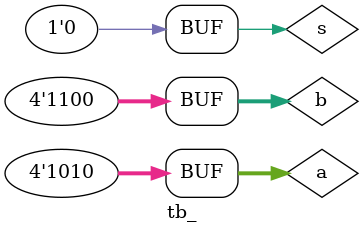
<source format=v>
module mux (
    input [3:0] a,
    input [3:0] b,
    input s,
    output reg [3:0] x);

    always @(a, b, s)
    begin
        if (s)
            x = b;
        else
            x = a;
    end

endmodule

module tb_;

    reg [3:0] a;
    reg [3:0] b;
    reg s;

    wire [3:0] x;

    mux uut (
        .a(a),
        .b(b),
        .s(s),
        .x(x)
    );

    initial begin
        a = 4'b1010;
        b = 4'b1100;
        s = 0;

        $monitor("At time %t, A = %b, B = %b, s = %b, x = %b", $time, a, b, s, x);

        s = 1;
        #5;
        s = 0;
        #5;

    end

endmodule

</source>
